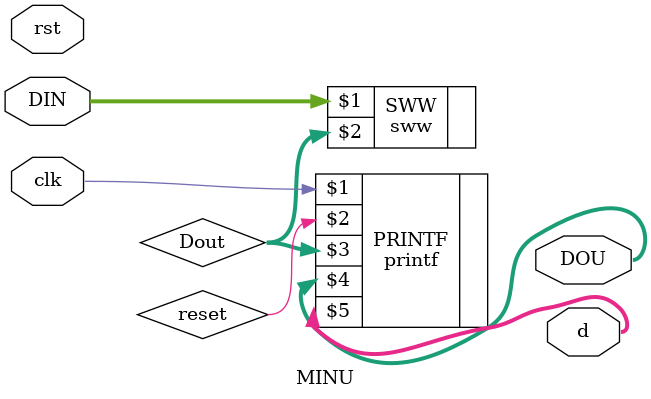
<source format=v>
module MINU(DIN,clk,rst,DOU,d);
  input [31:0] DIN;
  input clk,rst;
  output [7:0] DOU;
  output [7:0] d;
  
  wire [31:0] Dout;
  
  sww SWW(DIN,Dout);
  printf PRINTF(clk,reset,Dout,DOU,d);
  
endmodule
  
  
</source>
